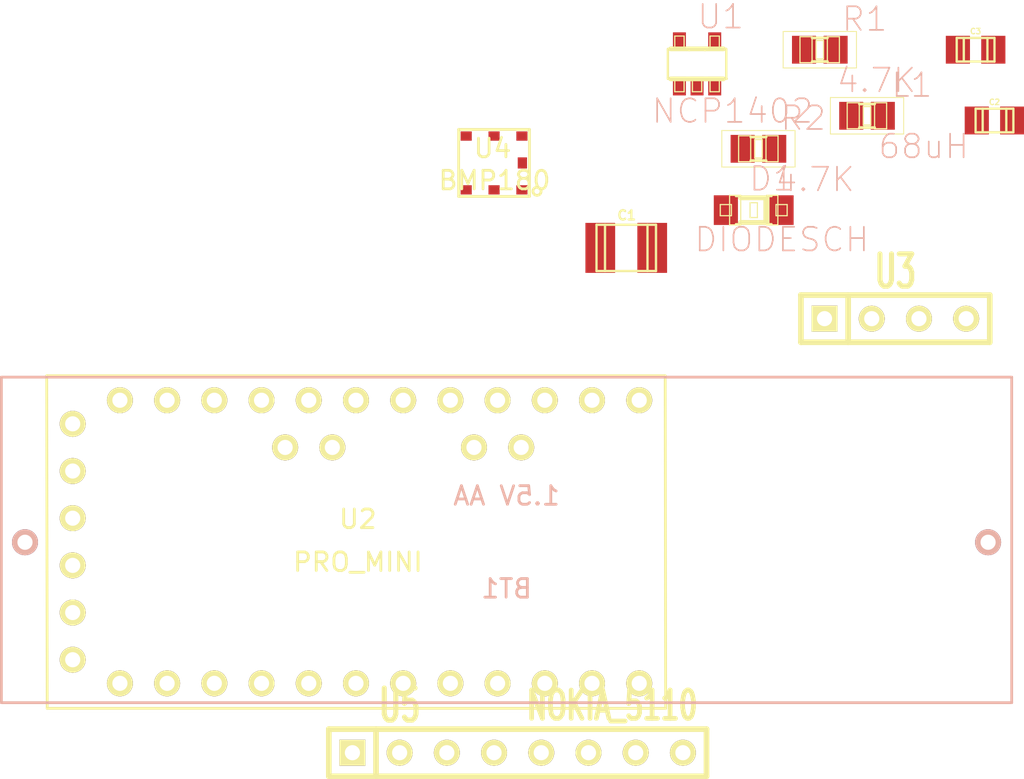
<source format=kicad_pcb>
(kicad_pcb (version 3) (host pcbnew "(2013-jul-07)-stable")

  (general
    (links 36)
    (no_connects 36)
    (area 0 0 0 0)
    (thickness 1.6)
    (drawings 0)
    (tracks 0)
    (zones 0)
    (modules 13)
    (nets 13)
  )

  (page A3)
  (layers
    (15 F.Cu mixed)
    (0 B.Cu mixed)
    (18 B.Paste user)
    (19 F.Paste user)
    (20 B.SilkS user)
    (21 F.SilkS user)
    (22 B.Mask user)
    (23 F.Mask user)
    (28 Edge.Cuts user)
  )

  (setup
    (last_trace_width 0.254)
    (trace_clearance 0.254)
    (zone_clearance 0.508)
    (zone_45_only no)
    (trace_min 0.254)
    (segment_width 0.2)
    (edge_width 0.15)
    (via_size 0.889)
    (via_drill 0.635)
    (via_min_size 0.889)
    (via_min_drill 0.508)
    (uvia_size 0.508)
    (uvia_drill 0.127)
    (uvias_allowed no)
    (uvia_min_size 0.508)
    (uvia_min_drill 0.127)
    (pcb_text_width 0.3)
    (pcb_text_size 1.5 1.5)
    (mod_edge_width 0.15)
    (mod_text_size 1.5 1.5)
    (mod_text_width 0.15)
    (pad_size 1.524 1.524)
    (pad_drill 0.762)
    (pad_to_mask_clearance 0.2)
    (aux_axis_origin 0 0)
    (visible_elements FFFFFFBF)
    (pcbplotparams
      (layerselection 3178497)
      (usegerberextensions true)
      (excludeedgelayer true)
      (linewidth 0.100000)
      (plotframeref false)
      (viasonmask false)
      (mode 1)
      (useauxorigin false)
      (hpglpennumber 1)
      (hpglpenspeed 20)
      (hpglpendiameter 15)
      (hpglpenoverlay 2)
      (psnegative false)
      (psa4output false)
      (plotreference true)
      (plotvalue true)
      (plotothertext true)
      (plotinvisibletext false)
      (padsonsilk false)
      (subtractmaskfromsilk false)
      (outputformat 1)
      (mirror false)
      (drillshape 1)
      (scaleselection 1)
      (outputdirectory ""))
  )

  (net 0 "")
  (net 1 GND)
  (net 2 N-0000010)
  (net 3 N-0000017)
  (net 4 N-0000019)
  (net 5 N-0000020)
  (net 6 N-0000021)
  (net 7 N-0000022)
  (net 8 N-0000038)
  (net 9 N-0000039)
  (net 10 N-000007)
  (net 11 N-000008)
  (net 12 N-000009)

  (net_class Default "This is the default net class."
    (clearance 0.254)
    (trace_width 0.254)
    (via_dia 0.889)
    (via_drill 0.635)
    (uvia_dia 0.508)
    (uvia_drill 0.127)
    (add_net "")
    (add_net GND)
    (add_net N-0000010)
    (add_net N-0000017)
    (add_net N-0000019)
    (add_net N-0000020)
    (add_net N-0000021)
    (add_net N-0000022)
    (add_net N-0000038)
    (add_net N-0000039)
    (add_net N-000007)
    (add_net N-000008)
    (add_net N-000009)
  )

  (module SIL-8 (layer F.Cu) (tedit 200000) (tstamp 53EAA7AE)
    (at 212.598 163.83)
    (descr "Connecteur 8 pins")
    (tags "CONN DEV")
    (path /53937349)
    (fp_text reference U5 (at -6.35 -2.54) (layer F.SilkS)
      (effects (font (size 1.72974 1.08712) (thickness 0.3048)))
    )
    (fp_text value NOKIA_5110 (at 5.08 -2.54) (layer F.SilkS)
      (effects (font (size 1.524 1.016) (thickness 0.3048)))
    )
    (fp_line (start -10.16 -1.27) (end 10.16 -1.27) (layer F.SilkS) (width 0.3048))
    (fp_line (start 10.16 -1.27) (end 10.16 1.27) (layer F.SilkS) (width 0.3048))
    (fp_line (start 10.16 1.27) (end -10.16 1.27) (layer F.SilkS) (width 0.3048))
    (fp_line (start -10.16 1.27) (end -10.16 -1.27) (layer F.SilkS) (width 0.3048))
    (fp_line (start -7.62 1.27) (end -7.62 -1.27) (layer F.SilkS) (width 0.3048))
    (pad 1 thru_hole rect (at -8.89 0) (size 1.397 1.397) (drill 0.8128)
      (layers *.Cu *.Mask F.SilkS)
      (net 4 N-0000019)
    )
    (pad 2 thru_hole circle (at -6.35 0) (size 1.397 1.397) (drill 0.8128)
      (layers *.Cu *.Mask F.SilkS)
      (net 8 N-0000038)
    )
    (pad 3 thru_hole circle (at -3.81 0) (size 1.397 1.397) (drill 0.8128)
      (layers *.Cu *.Mask F.SilkS)
      (net 5 N-0000020)
    )
    (pad 4 thru_hole circle (at -1.27 0) (size 1.397 1.397) (drill 0.8128)
      (layers *.Cu *.Mask F.SilkS)
      (net 6 N-0000021)
    )
    (pad 5 thru_hole circle (at 1.27 0) (size 1.397 1.397) (drill 0.8128)
      (layers *.Cu *.Mask F.SilkS)
      (net 7 N-0000022)
    )
    (pad 6 thru_hole circle (at 3.81 0) (size 1.397 1.397) (drill 0.8128)
      (layers *.Cu *.Mask F.SilkS)
      (net 2 N-0000010)
    )
    (pad 7 thru_hole circle (at 6.35 0) (size 1.397 1.397) (drill 0.8128)
      (layers *.Cu *.Mask F.SilkS)
    )
    (pad 8 thru_hole circle (at 8.89 0) (size 1.397 1.397) (drill 0.8128)
      (layers *.Cu *.Mask F.SilkS)
      (net 1 GND)
    )
  )

  (module SIL-4 (layer F.Cu) (tedit 200000) (tstamp 53EAA7BD)
    (at 232.918 140.462)
    (descr "Connecteur 4 pibs")
    (tags "CONN DEV")
    (path /5393725F)
    (fp_text reference U3 (at 0 -2.54) (layer F.SilkS)
      (effects (font (size 1.73482 1.08712) (thickness 0.3048)))
    )
    (fp_text value DHT22 (at 0 -2.54) (layer F.SilkS) hide
      (effects (font (size 1.524 1.016) (thickness 0.3048)))
    )
    (fp_line (start -5.08 -1.27) (end -5.08 -1.27) (layer F.SilkS) (width 0.3048))
    (fp_line (start -5.08 1.27) (end -5.08 -1.27) (layer F.SilkS) (width 0.3048))
    (fp_line (start -5.08 -1.27) (end -5.08 -1.27) (layer F.SilkS) (width 0.3048))
    (fp_line (start -5.08 -1.27) (end 5.08 -1.27) (layer F.SilkS) (width 0.3048))
    (fp_line (start 5.08 -1.27) (end 5.08 1.27) (layer F.SilkS) (width 0.3048))
    (fp_line (start 5.08 1.27) (end -5.08 1.27) (layer F.SilkS) (width 0.3048))
    (fp_line (start -2.54 1.27) (end -2.54 -1.27) (layer F.SilkS) (width 0.3048))
    (pad 1 thru_hole rect (at -3.81 0) (size 1.397 1.397) (drill 0.8128)
      (layers *.Cu *.Mask F.SilkS)
      (net 2 N-0000010)
    )
    (pad 2 thru_hole circle (at -1.27 0) (size 1.397 1.397) (drill 0.8128)
      (layers *.Cu *.Mask F.SilkS)
      (net 3 N-0000017)
    )
    (pad 3 thru_hole circle (at 1.27 0) (size 1.397 1.397) (drill 0.8128)
      (layers *.Cu *.Mask F.SilkS)
    )
    (pad 4 thru_hole circle (at 3.81 0) (size 1.397 1.397) (drill 0.8128)
      (layers *.Cu *.Mask F.SilkS)
      (net 1 GND)
    )
  )

  (module Pro_Mini (layer F.Cu) (tedit 539B17EA) (tstamp 53EAA7E7)
    (at 204 152.5)
    (path /5393601D)
    (fp_text reference U2 (at 0 -1.2446) (layer F.SilkS)
      (effects (font (size 1 1) (thickness 0.15)))
    )
    (fp_text value PRO_MINI (at 0 1.0668) (layer F.SilkS)
      (effects (font (size 1 1) (thickness 0.15)))
    )
    (fp_line (start -16.7386 -8.9662) (end -16.7132 8.9408) (layer F.SilkS) (width 0.15))
    (fp_line (start 16.5608 8.9408) (end 16.5354 -8.9662) (layer F.SilkS) (width 0.15))
    (fp_line (start -16.7132 8.9408) (end 16.5608 8.9408) (layer F.SilkS) (width 0.15))
    (fp_line (start -16.7386 -8.9662) (end 16.5354 -8.9662) (layer F.SilkS) (width 0.15))
    (pad 9 thru_hole circle (at 15.1384 7.5946) (size 1.397 1.397) (drill 0.8128)
      (layers *.Cu *.Mask F.SilkS)
    )
    (pad 8 thru_hole circle (at 12.5984 7.5946) (size 1.397 1.397) (drill 0.8128)
      (layers *.Cu *.Mask F.SilkS)
    )
    (pad 7 thru_hole circle (at 10.0584 7.5946) (size 1.397 1.397) (drill 0.8128)
      (layers *.Cu *.Mask F.SilkS)
      (net 7 N-0000022)
    )
    (pad 6 thru_hole circle (at 7.5184 7.5946) (size 1.397 1.397) (drill 0.8128)
      (layers *.Cu *.Mask F.SilkS)
      (net 6 N-0000021)
    )
    (pad 5 thru_hole circle (at 4.9784 7.5946) (size 1.397 1.397) (drill 0.8128)
      (layers *.Cu *.Mask F.SilkS)
      (net 5 N-0000020)
    )
    (pad 4 thru_hole circle (at 2.4384 7.5946) (size 1.397 1.397) (drill 0.8128)
      (layers *.Cu *.Mask F.SilkS)
      (net 8 N-0000038)
    )
    (pad 3 thru_hole circle (at -0.1016 7.5946) (size 1.397 1.397) (drill 0.8128)
      (layers *.Cu *.Mask F.SilkS)
      (net 4 N-0000019)
    )
    (pad 2 thru_hole circle (at -2.6416 7.5946) (size 1.397 1.397) (drill 0.8128)
      (layers *.Cu *.Mask F.SilkS)
      (net 3 N-0000017)
    )
    (pad GND thru_hole circle (at -5.1816 7.5946) (size 1.397 1.397) (drill 0.8128)
      (layers *.Cu *.Mask F.SilkS)
      (net 1 GND)
    )
    (pad RST thru_hole circle (at -7.7216 7.5946) (size 1.397 1.397) (drill 0.8128)
      (layers *.Cu *.Mask F.SilkS)
    )
    (pad RX1 thru_hole circle (at -10.2616 7.5946) (size 1.397 1.397) (drill 0.8128)
      (layers *.Cu *.Mask F.SilkS)
    )
    (pad TX0 thru_hole circle (at -12.8016 7.5946) (size 1.397 1.397) (drill 0.8128)
      (layers *.Cu *.Mask F.SilkS)
    )
    (pad 10 thru_hole circle (at 15.1384 -7.6454) (size 1.397 1.397) (drill 0.8128)
      (layers *.Cu *.Mask F.SilkS)
    )
    (pad 11 thru_hole circle (at 12.5984 -7.6454) (size 1.397 1.397) (drill 0.8128)
      (layers *.Cu *.Mask F.SilkS)
    )
    (pad 12 thru_hole circle (at 10.0584 -7.6454) (size 1.397 1.397) (drill 0.8128)
      (layers *.Cu *.Mask F.SilkS)
    )
    (pad 13 thru_hole circle (at 7.5184 -7.6454) (size 1.397 1.397) (drill 0.8128)
      (layers *.Cu *.Mask F.SilkS)
    )
    (pad A0 thru_hole circle (at 4.9784 -7.6454) (size 1.397 1.397) (drill 0.8128)
      (layers *.Cu *.Mask F.SilkS)
    )
    (pad A1 thru_hole circle (at 2.4384 -7.6454) (size 1.397 1.397) (drill 0.8128)
      (layers *.Cu *.Mask F.SilkS)
    )
    (pad A2 thru_hole circle (at -0.1016 -7.6454) (size 1.397 1.397) (drill 0.8128)
      (layers *.Cu *.Mask F.SilkS)
    )
    (pad A3 thru_hole circle (at -2.6416 -7.6454) (size 1.397 1.397) (drill 0.8128)
      (layers *.Cu *.Mask F.SilkS)
    )
    (pad VCC thru_hole circle (at -5.1816 -7.6454) (size 1.397 1.397) (drill 0.8128)
      (layers *.Cu *.Mask F.SilkS)
      (net 2 N-0000010)
    )
    (pad RST thru_hole circle (at -7.7216 -7.6454) (size 1.397 1.397) (drill 0.8128)
      (layers *.Cu *.Mask F.SilkS)
    )
    (pad GND thru_hole circle (at -10.2616 -7.6454) (size 1.397 1.397) (drill 0.8128)
      (layers *.Cu *.Mask F.SilkS)
      (net 1 GND)
    )
    (pad RAW thru_hole circle (at -12.8016 -7.6454) (size 1.397 1.397) (drill 0.8128)
      (layers *.Cu *.Mask F.SilkS)
    )
    (pad GRN thru_hole circle (at -15.3416 -6.3754) (size 1.397 1.397) (drill 0.8128)
      (layers *.Cu *.Mask F.SilkS)
    )
    (pad TX0 thru_hole circle (at -15.3416 -3.8354) (size 1.397 1.397) (drill 0.8128)
      (layers *.Cu *.Mask F.SilkS)
    )
    (pad RX1 thru_hole circle (at -15.3416 -1.2954) (size 1.397 1.397) (drill 0.8128)
      (layers *.Cu *.Mask F.SilkS)
    )
    (pad VCC thru_hole circle (at -15.3416 1.2446) (size 1.397 1.397) (drill 0.8128)
      (layers *.Cu *.Mask F.SilkS)
      (net 2 N-0000010)
    )
    (pad GND thru_hole circle (at -15.3416 3.7846) (size 1.397 1.397) (drill 0.8128)
      (layers *.Cu *.Mask F.SilkS)
      (net 1 GND)
    )
    (pad BLK thru_hole circle (at -15.3416 6.3246) (size 1.397 1.397) (drill 0.8128)
      (layers *.Cu *.Mask F.SilkS)
    )
    (pad A5 thru_hole circle (at -3.9116 -5.1054) (size 1.397 1.397) (drill 0.8128)
      (layers *.Cu *.Mask F.SilkS)
      (net 12 N-000009)
    )
    (pad A4 thru_hole circle (at -1.3716 -5.1054) (size 1.397 1.397) (drill 0.8128)
      (layers *.Cu *.Mask F.SilkS)
      (net 11 N-000008)
    )
    (pad A7 thru_hole circle (at 6.2484 -5.1054) (size 1.397 1.397) (drill 0.8128)
      (layers *.Cu *.Mask F.SilkS)
    )
    (pad A6 thru_hole circle (at 8.7884 -5.1054) (size 1.397 1.397) (drill 0.8128)
      (layers *.Cu *.Mask F.SilkS)
    )
  )

  (module m-pad-2.1-SOT23-5 (layer F.Cu) (tedit 200000) (tstamp 53EAA80E)
    (at 222.25 126.746)
    (descr "MC74VHC1GT125 HTTP://ONSEMI.COM")
    (tags "MC74VHC1GT125 HTTP://ONSEMI.COM")
    (path /5393718A)
    (attr smd)
    (fp_text reference U1 (at 1.27 -2.54) (layer B.SilkS)
      (effects (font (size 1.27 1.27) (thickness 0.0889)))
    )
    (fp_text value NCP1402 (at 1.905 2.54) (layer B.SilkS)
      (effects (font (size 1.27 1.27) (thickness 0.0889)))
    )
    (fp_line (start -1.19888 1.4986) (end -0.6985 1.4986) (layer F.SilkS) (width 0.06604))
    (fp_line (start -0.6985 1.4986) (end -0.6985 0.84836) (layer F.SilkS) (width 0.06604))
    (fp_line (start -1.19888 0.84836) (end -0.6985 0.84836) (layer F.SilkS) (width 0.06604))
    (fp_line (start -1.19888 1.4986) (end -1.19888 0.84836) (layer F.SilkS) (width 0.06604))
    (fp_line (start -0.24892 1.4986) (end 0.24892 1.4986) (layer F.SilkS) (width 0.06604))
    (fp_line (start 0.24892 1.4986) (end 0.24892 0.84836) (layer F.SilkS) (width 0.06604))
    (fp_line (start -0.24892 0.84836) (end 0.24892 0.84836) (layer F.SilkS) (width 0.06604))
    (fp_line (start -0.24892 1.4986) (end -0.24892 0.84836) (layer F.SilkS) (width 0.06604))
    (fp_line (start 0.6985 1.4986) (end 1.19888 1.4986) (layer F.SilkS) (width 0.06604))
    (fp_line (start 1.19888 1.4986) (end 1.19888 0.84836) (layer F.SilkS) (width 0.06604))
    (fp_line (start 0.6985 0.84836) (end 1.19888 0.84836) (layer F.SilkS) (width 0.06604))
    (fp_line (start 0.6985 1.4986) (end 0.6985 0.84836) (layer F.SilkS) (width 0.06604))
    (fp_line (start 0.6985 -0.84836) (end 1.19888 -0.84836) (layer F.SilkS) (width 0.06604))
    (fp_line (start 1.19888 -0.84836) (end 1.19888 -1.4986) (layer F.SilkS) (width 0.06604))
    (fp_line (start 0.6985 -1.4986) (end 1.19888 -1.4986) (layer F.SilkS) (width 0.06604))
    (fp_line (start 0.6985 -0.84836) (end 0.6985 -1.4986) (layer F.SilkS) (width 0.06604))
    (fp_line (start -1.19888 -0.84836) (end -0.6985 -0.84836) (layer F.SilkS) (width 0.06604))
    (fp_line (start -0.6985 -0.84836) (end -0.6985 -1.4986) (layer F.SilkS) (width 0.06604))
    (fp_line (start -1.19888 -1.4986) (end -0.6985 -1.4986) (layer F.SilkS) (width 0.06604))
    (fp_line (start -1.19888 -0.84836) (end -1.19888 -1.4986) (layer F.SilkS) (width 0.06604))
    (fp_line (start 1.56972 -0.80772) (end 1.56972 0.80772) (layer F.SilkS) (width 0.127))
    (fp_line (start 1.41986 0.80772) (end -1.41986 0.80772) (layer F.SilkS) (width 0.254))
    (fp_line (start -1.56972 0.80772) (end -1.56972 -0.80772) (layer F.SilkS) (width 0.127))
    (fp_line (start -1.41986 -0.80772) (end -0.42164 -0.80772) (layer F.SilkS) (width 0.254))
    (fp_line (start -0.42164 -0.80772) (end 0.42164 -0.80772) (layer F.SilkS) (width 0.254))
    (fp_line (start 0.42164 -0.80772) (end 1.41986 -0.80772) (layer F.SilkS) (width 0.254))
    (fp_line (start -1.5494 -0.79756) (end -1.39954 -0.79756) (layer F.SilkS) (width 0.127))
    (fp_line (start -1.5494 0.79756) (end -1.39954 0.79756) (layer F.SilkS) (width 0.127))
    (fp_line (start 1.59766 0.79756) (end 1.39954 0.79756) (layer F.SilkS) (width 0.127))
    (fp_line (start 1.5494 -0.79756) (end 1.39954 -0.79756) (layer F.SilkS) (width 0.127))
    (pad 1 smd rect (at -0.94996 1.19888) (size 0.6985 0.99822)
      (layers F.Cu F.Paste F.Mask)
      (net 2 N-0000010)
    )
    (pad 2 smd rect (at 0 1.19888) (size 0.6985 0.99822)
      (layers F.Cu F.Paste F.Mask)
      (net 2 N-0000010)
    )
    (pad 3 smd rect (at 0.94996 1.19888) (size 0.6985 0.99822)
      (layers F.Cu F.Paste F.Mask)
    )
    (pad 4 smd rect (at 0.94996 -1.19888) (size 0.6985 0.99822)
      (layers F.Cu F.Paste F.Mask)
      (net 1 GND)
    )
    (pad 5 smd rect (at -0.94996 -1.19888) (size 0.6985 0.99822)
      (layers F.Cu F.Paste F.Mask)
      (net 10 N-000007)
    )
  )

  (module m-pad-2.1-SOD-123 (layer F.Cu) (tedit 200000) (tstamp 53EAA831)
    (at 225.298 134.62)
    (descr "SOD-123 PACKAGE")
    (tags "SOD-123 PACKAGE")
    (path /5393758C)
    (attr smd)
    (fp_text reference D1 (at 0.9779 -1.68402) (layer B.SilkS)
      (effects (font (size 1.27 1.27) (thickness 0.0889)))
    )
    (fp_text value DIODESCH (at 1.5113 1.58496) (layer B.SilkS)
      (effects (font (size 1.27 1.27) (thickness 0.0889)))
    )
    (fp_line (start -0.19812 0.39878) (end 0.19812 0.39878) (layer F.SilkS) (width 0.06604))
    (fp_line (start 0.19812 0.39878) (end 0.19812 -0.39878) (layer F.SilkS) (width 0.06604))
    (fp_line (start -0.19812 -0.39878) (end 0.19812 -0.39878) (layer F.SilkS) (width 0.06604))
    (fp_line (start -0.19812 0.39878) (end -0.19812 -0.39878) (layer F.SilkS) (width 0.06604))
    (fp_line (start 1.19888 0.29972) (end 1.79832 0.29972) (layer F.SilkS) (width 0.06604))
    (fp_line (start 1.79832 0.29972) (end 1.79832 -0.29972) (layer F.SilkS) (width 0.06604))
    (fp_line (start 1.19888 -0.29972) (end 1.79832 -0.29972) (layer F.SilkS) (width 0.06604))
    (fp_line (start 1.19888 0.29972) (end 1.19888 -0.29972) (layer F.SilkS) (width 0.06604))
    (fp_line (start -1.79832 0.29972) (end -1.19888 0.29972) (layer F.SilkS) (width 0.06604))
    (fp_line (start -1.19888 0.29972) (end -1.19888 -0.29972) (layer F.SilkS) (width 0.06604))
    (fp_line (start -1.79832 -0.29972) (end -1.19888 -0.29972) (layer F.SilkS) (width 0.06604))
    (fp_line (start -1.79832 0.29972) (end -1.79832 -0.29972) (layer F.SilkS) (width 0.06604))
    (fp_line (start -1.29794 0.79756) (end -0.6985 0.79756) (layer F.SilkS) (width 0.06604))
    (fp_line (start -0.6985 0.79756) (end -0.6985 -0.79756) (layer F.SilkS) (width 0.06604))
    (fp_line (start -1.29794 -0.79756) (end -0.6985 -0.79756) (layer F.SilkS) (width 0.06604))
    (fp_line (start -1.29794 0.79756) (end -1.29794 -0.79756) (layer F.SilkS) (width 0.06604))
    (fp_line (start 0.6985 0.79756) (end 1.29794 0.79756) (layer F.SilkS) (width 0.06604))
    (fp_line (start 1.29794 0.79756) (end 1.29794 -0.79756) (layer F.SilkS) (width 0.06604))
    (fp_line (start 0.6985 -0.79756) (end 1.29794 -0.79756) (layer F.SilkS) (width 0.06604))
    (fp_line (start 0.6985 0.79756) (end 0.6985 -0.79756) (layer F.SilkS) (width 0.06604))
    (fp_line (start 0.55372 0.6985) (end 0.75184 0.6985) (layer F.SilkS) (width 0.06604))
    (fp_line (start 0.75184 0.6985) (end 0.75184 -0.6985) (layer F.SilkS) (width 0.06604))
    (fp_line (start 0.55372 -0.6985) (end 0.75184 -0.6985) (layer F.SilkS) (width 0.06604))
    (fp_line (start 0.55372 0.6985) (end 0.55372 -0.6985) (layer F.SilkS) (width 0.06604))
    (fp_line (start -0.9652 -0.74422) (end 0.9652 -0.74422) (layer F.SilkS) (width 0.1016))
    (fp_line (start -0.9652 0.74422) (end 0.9652 0.74422) (layer F.SilkS) (width 0.1016))
    (fp_line (start -0.7112 -0.6604) (end 0.7112 -0.6604) (layer F.SilkS) (width 0.254))
    (fp_line (start -0.7112 0.6604) (end 0.7112 0.6604) (layer F.SilkS) (width 0.254))
    (fp_line (start 0.7112 -0.6604) (end 0.7112 0.6604) (layer F.SilkS) (width 0.254))
    (pad 1 smd rect (at -1.4986 0) (size 1.29794 1.59766)
      (layers F.Cu F.Paste F.Mask)
      (net 10 N-000007)
    )
    (pad 2 smd rect (at 1.4986 0) (size 1.29794 1.59766)
      (layers F.Cu F.Paste F.Mask)
      (net 2 N-0000010)
    )
  )

  (module m-pad-2.1-R0805 (layer F.Cu) (tedit 200000) (tstamp 53EAA849)
    (at 231.394 129.54)
    (descr RESISTOR)
    (tags RESISTOR)
    (path /539374E4)
    (attr smd)
    (fp_text reference L1 (at 2.413 -1.651) (layer B.SilkS)
      (effects (font (size 1.27 1.27) (thickness 0.0889)))
    )
    (fp_text value 68uH (at 3.048 1.651) (layer B.SilkS)
      (effects (font (size 1.27 1.27) (thickness 0.0889)))
    )
    (fp_line (start 0.4064 0.6985) (end 1.0541 0.6985) (layer F.SilkS) (width 0.06604))
    (fp_line (start 1.0541 0.6985) (end 1.0541 -0.70104) (layer F.SilkS) (width 0.06604))
    (fp_line (start 0.4064 -0.70104) (end 1.0541 -0.70104) (layer F.SilkS) (width 0.06604))
    (fp_line (start 0.4064 0.6985) (end 0.4064 -0.70104) (layer F.SilkS) (width 0.06604))
    (fp_line (start -1.0668 0.6985) (end -0.41656 0.6985) (layer F.SilkS) (width 0.06604))
    (fp_line (start -0.41656 0.6985) (end -0.41656 -0.70104) (layer F.SilkS) (width 0.06604))
    (fp_line (start -1.0668 -0.70104) (end -0.41656 -0.70104) (layer F.SilkS) (width 0.06604))
    (fp_line (start -1.0668 0.6985) (end -1.0668 -0.70104) (layer F.SilkS) (width 0.06604))
    (fp_line (start -0.19812 0.49784) (end 0.19812 0.49784) (layer F.SilkS) (width 0.06604))
    (fp_line (start 0.19812 0.49784) (end 0.19812 -0.49784) (layer F.SilkS) (width 0.06604))
    (fp_line (start -0.19812 -0.49784) (end 0.19812 -0.49784) (layer F.SilkS) (width 0.06604))
    (fp_line (start -0.19812 0.49784) (end -0.19812 -0.49784) (layer F.SilkS) (width 0.06604))
    (fp_line (start -0.40894 -0.635) (end 0.40894 -0.635) (layer F.SilkS) (width 0.1524))
    (fp_line (start -0.40894 0.635) (end 0.40894 0.635) (layer F.SilkS) (width 0.1524))
    (fp_line (start -1.97104 -0.98298) (end 1.97104 -0.98298) (layer F.SilkS) (width 0.0508))
    (fp_line (start 1.97104 -0.98298) (end 1.97104 0.98298) (layer F.SilkS) (width 0.0508))
    (fp_line (start 1.97104 0.98298) (end -1.97104 0.98298) (layer F.SilkS) (width 0.0508))
    (fp_line (start -1.97104 0.98298) (end -1.97104 -0.98298) (layer F.SilkS) (width 0.0508))
    (pad 1 smd rect (at -0.84836 0) (size 1.29794 1.4986)
      (layers F.Cu F.Paste F.Mask)
      (net 9 N-0000039)
    )
    (pad 2 smd rect (at 0.84836 0) (size 1.29794 1.4986)
      (layers F.Cu F.Paste F.Mask)
      (net 10 N-000007)
    )
  )

  (module m-pad-2.1-R0805 (layer F.Cu) (tedit 200000) (tstamp 53EAA861)
    (at 228.854 125.984)
    (descr RESISTOR)
    (tags RESISTOR)
    (path /53937B2A)
    (attr smd)
    (fp_text reference R1 (at 2.413 -1.651) (layer B.SilkS)
      (effects (font (size 1.27 1.27) (thickness 0.0889)))
    )
    (fp_text value 4.7K (at 3.048 1.651) (layer B.SilkS)
      (effects (font (size 1.27 1.27) (thickness 0.0889)))
    )
    (fp_line (start 0.4064 0.6985) (end 1.0541 0.6985) (layer F.SilkS) (width 0.06604))
    (fp_line (start 1.0541 0.6985) (end 1.0541 -0.70104) (layer F.SilkS) (width 0.06604))
    (fp_line (start 0.4064 -0.70104) (end 1.0541 -0.70104) (layer F.SilkS) (width 0.06604))
    (fp_line (start 0.4064 0.6985) (end 0.4064 -0.70104) (layer F.SilkS) (width 0.06604))
    (fp_line (start -1.0668 0.6985) (end -0.41656 0.6985) (layer F.SilkS) (width 0.06604))
    (fp_line (start -0.41656 0.6985) (end -0.41656 -0.70104) (layer F.SilkS) (width 0.06604))
    (fp_line (start -1.0668 -0.70104) (end -0.41656 -0.70104) (layer F.SilkS) (width 0.06604))
    (fp_line (start -1.0668 0.6985) (end -1.0668 -0.70104) (layer F.SilkS) (width 0.06604))
    (fp_line (start -0.19812 0.49784) (end 0.19812 0.49784) (layer F.SilkS) (width 0.06604))
    (fp_line (start 0.19812 0.49784) (end 0.19812 -0.49784) (layer F.SilkS) (width 0.06604))
    (fp_line (start -0.19812 -0.49784) (end 0.19812 -0.49784) (layer F.SilkS) (width 0.06604))
    (fp_line (start -0.19812 0.49784) (end -0.19812 -0.49784) (layer F.SilkS) (width 0.06604))
    (fp_line (start -0.40894 -0.635) (end 0.40894 -0.635) (layer F.SilkS) (width 0.1524))
    (fp_line (start -0.40894 0.635) (end 0.40894 0.635) (layer F.SilkS) (width 0.1524))
    (fp_line (start -1.97104 -0.98298) (end 1.97104 -0.98298) (layer F.SilkS) (width 0.0508))
    (fp_line (start 1.97104 -0.98298) (end 1.97104 0.98298) (layer F.SilkS) (width 0.0508))
    (fp_line (start 1.97104 0.98298) (end -1.97104 0.98298) (layer F.SilkS) (width 0.0508))
    (fp_line (start -1.97104 0.98298) (end -1.97104 -0.98298) (layer F.SilkS) (width 0.0508))
    (pad 1 smd rect (at -0.84836 0) (size 1.29794 1.4986)
      (layers F.Cu F.Paste F.Mask)
      (net 2 N-0000010)
    )
    (pad 2 smd rect (at 0.84836 0) (size 1.29794 1.4986)
      (layers F.Cu F.Paste F.Mask)
      (net 12 N-000009)
    )
  )

  (module m-pad-2.1-R0805 (layer F.Cu) (tedit 200000) (tstamp 53EAA879)
    (at 225.552 131.318)
    (descr RESISTOR)
    (tags RESISTOR)
    (path /53937B39)
    (attr smd)
    (fp_text reference R2 (at 2.413 -1.651) (layer B.SilkS)
      (effects (font (size 1.27 1.27) (thickness 0.0889)))
    )
    (fp_text value 4.7K (at 3.048 1.651) (layer B.SilkS)
      (effects (font (size 1.27 1.27) (thickness 0.0889)))
    )
    (fp_line (start 0.4064 0.6985) (end 1.0541 0.6985) (layer F.SilkS) (width 0.06604))
    (fp_line (start 1.0541 0.6985) (end 1.0541 -0.70104) (layer F.SilkS) (width 0.06604))
    (fp_line (start 0.4064 -0.70104) (end 1.0541 -0.70104) (layer F.SilkS) (width 0.06604))
    (fp_line (start 0.4064 0.6985) (end 0.4064 -0.70104) (layer F.SilkS) (width 0.06604))
    (fp_line (start -1.0668 0.6985) (end -0.41656 0.6985) (layer F.SilkS) (width 0.06604))
    (fp_line (start -0.41656 0.6985) (end -0.41656 -0.70104) (layer F.SilkS) (width 0.06604))
    (fp_line (start -1.0668 -0.70104) (end -0.41656 -0.70104) (layer F.SilkS) (width 0.06604))
    (fp_line (start -1.0668 0.6985) (end -1.0668 -0.70104) (layer F.SilkS) (width 0.06604))
    (fp_line (start -0.19812 0.49784) (end 0.19812 0.49784) (layer F.SilkS) (width 0.06604))
    (fp_line (start 0.19812 0.49784) (end 0.19812 -0.49784) (layer F.SilkS) (width 0.06604))
    (fp_line (start -0.19812 -0.49784) (end 0.19812 -0.49784) (layer F.SilkS) (width 0.06604))
    (fp_line (start -0.19812 0.49784) (end -0.19812 -0.49784) (layer F.SilkS) (width 0.06604))
    (fp_line (start -0.40894 -0.635) (end 0.40894 -0.635) (layer F.SilkS) (width 0.1524))
    (fp_line (start -0.40894 0.635) (end 0.40894 0.635) (layer F.SilkS) (width 0.1524))
    (fp_line (start -1.97104 -0.98298) (end 1.97104 -0.98298) (layer F.SilkS) (width 0.0508))
    (fp_line (start 1.97104 -0.98298) (end 1.97104 0.98298) (layer F.SilkS) (width 0.0508))
    (fp_line (start 1.97104 0.98298) (end -1.97104 0.98298) (layer F.SilkS) (width 0.0508))
    (fp_line (start -1.97104 0.98298) (end -1.97104 -0.98298) (layer F.SilkS) (width 0.0508))
    (pad 1 smd rect (at -0.84836 0) (size 1.29794 1.4986)
      (layers F.Cu F.Paste F.Mask)
      (net 2 N-0000010)
    )
    (pad 2 smd rect (at 0.84836 0) (size 1.29794 1.4986)
      (layers F.Cu F.Paste F.Mask)
      (net 11 N-000008)
    )
  )

  (module c_1210 (layer F.Cu) (tedit 49047413) (tstamp 53EAA885)
    (at 218.44 136.652)
    (descr "SMT capacitor, 1210")
    (path /5393760F)
    (fp_text reference C1 (at 0.0254 -1.7526) (layer F.SilkS)
      (effects (font (size 0.50038 0.50038) (thickness 0.11938)))
    )
    (fp_text value 47uF (at -0.0254 1.7272) (layer F.SilkS) hide
      (effects (font (size 0.50038 0.50038) (thickness 0.11938)))
    )
    (fp_line (start -1.6002 -1.2446) (end -1.6002 1.2446) (layer F.SilkS) (width 0.127))
    (fp_line (start 1.6002 1.2446) (end 1.6002 -1.2446) (layer F.SilkS) (width 0.127))
    (fp_line (start 1.143 -1.2446) (end 1.143 1.2446) (layer F.SilkS) (width 0.127))
    (fp_line (start -1.143 1.2446) (end -1.143 -1.2446) (layer F.SilkS) (width 0.127))
    (fp_line (start -1.6002 1.2446) (end 1.6002 1.2446) (layer F.SilkS) (width 0.127))
    (fp_line (start 1.6002 -1.2446) (end -1.6002 -1.2446) (layer F.SilkS) (width 0.127))
    (pad 1 smd rect (at 1.397 0) (size 1.6002 2.6924)
      (layers F.Cu F.Paste F.Mask)
      (net 2 N-0000010)
    )
    (pad 2 smd rect (at -1.397 0) (size 1.6002 2.6924)
      (layers F.Cu F.Paste F.Mask)
      (net 1 GND)
    )
    (model smd/capacitors/c_1210.wrl
      (at (xyz 0 0 0))
      (scale (xyz 1 1 1))
      (rotate (xyz 0 0 0))
    )
  )

  (module c_0805 (layer F.Cu) (tedit 49047394) (tstamp 53EAA891)
    (at 238.252 129.794)
    (descr "SMT capacitor, 0805")
    (path /539374D5)
    (fp_text reference C2 (at 0 -0.9906) (layer F.SilkS)
      (effects (font (size 0.29972 0.29972) (thickness 0.06096)))
    )
    (fp_text value 10uF (at 0 0.9906) (layer F.SilkS) hide
      (effects (font (size 0.29972 0.29972) (thickness 0.06096)))
    )
    (fp_line (start 0.635 -0.635) (end 0.635 0.635) (layer F.SilkS) (width 0.127))
    (fp_line (start -0.635 -0.635) (end -0.635 0.6096) (layer F.SilkS) (width 0.127))
    (fp_line (start -1.016 -0.635) (end 1.016 -0.635) (layer F.SilkS) (width 0.127))
    (fp_line (start 1.016 -0.635) (end 1.016 0.635) (layer F.SilkS) (width 0.127))
    (fp_line (start 1.016 0.635) (end -1.016 0.635) (layer F.SilkS) (width 0.127))
    (fp_line (start -1.016 0.635) (end -1.016 -0.635) (layer F.SilkS) (width 0.127))
    (pad 1 smd rect (at 0.9525 0) (size 1.30048 1.4986)
      (layers F.Cu F.Paste F.Mask)
      (net 9 N-0000039)
    )
    (pad 2 smd rect (at -0.9525 0) (size 1.30048 1.4986)
      (layers F.Cu F.Paste F.Mask)
      (net 1 GND)
    )
    (model smd/capacitors/c_0805.wrl
      (at (xyz 0 0 0))
      (scale (xyz 1 1 1))
      (rotate (xyz 0 0 0))
    )
  )

  (module c_0805 (layer F.Cu) (tedit 49047394) (tstamp 53EAA89D)
    (at 237.236 125.984)
    (descr "SMT capacitor, 0805")
    (path /539378C0)
    (fp_text reference C3 (at 0 -0.9906) (layer F.SilkS)
      (effects (font (size 0.29972 0.29972) (thickness 0.06096)))
    )
    (fp_text value 100nF (at 0 0.9906) (layer F.SilkS) hide
      (effects (font (size 0.29972 0.29972) (thickness 0.06096)))
    )
    (fp_line (start 0.635 -0.635) (end 0.635 0.635) (layer F.SilkS) (width 0.127))
    (fp_line (start -0.635 -0.635) (end -0.635 0.6096) (layer F.SilkS) (width 0.127))
    (fp_line (start -1.016 -0.635) (end 1.016 -0.635) (layer F.SilkS) (width 0.127))
    (fp_line (start 1.016 -0.635) (end 1.016 0.635) (layer F.SilkS) (width 0.127))
    (fp_line (start 1.016 0.635) (end -1.016 0.635) (layer F.SilkS) (width 0.127))
    (fp_line (start -1.016 0.635) (end -1.016 -0.635) (layer F.SilkS) (width 0.127))
    (pad 1 smd rect (at 0.9525 0) (size 1.30048 1.4986)
      (layers F.Cu F.Paste F.Mask)
      (net 1 GND)
    )
    (pad 2 smd rect (at -0.9525 0) (size 1.30048 1.4986)
      (layers F.Cu F.Paste F.Mask)
      (net 2 N-0000010)
    )
    (model smd/capacitors/c_0805.wrl
      (at (xyz 0 0 0))
      (scale (xyz 1 1 1))
      (rotate (xyz 0 0 0))
    )
  )

  (module BMP180 (layer F.Cu) (tedit 53D02BB4) (tstamp 53EAA8AD)
    (at 211.328 132.08)
    (path /5393712F)
    (fp_text reference U4 (at -0.0762 -0.7874) (layer F.SilkS)
      (effects (font (size 1 1) (thickness 0.15)))
    )
    (fp_text value BMP180 (at 0.0254 0.9398) (layer F.SilkS)
      (effects (font (size 1 1) (thickness 0.15)))
    )
    (fp_circle (center 2.3114 1.524) (end 2.1336 1.397) (layer F.SilkS) (width 0.15))
    (fp_line (start 1.905 -1.8034) (end -1.905 -1.8034) (layer F.SilkS) (width 0.15))
    (fp_line (start 1.905 1.8034) (end 1.905 -1.8034) (layer F.SilkS) (width 0.15))
    (fp_line (start -1.905 1.8034) (end 1.905 1.8034) (layer F.SilkS) (width 0.15))
    (fp_line (start -1.905 -1.8034) (end -1.905 1.8034) (layer F.SilkS) (width 0.15))
    (pad 1 smd rect (at 1.4986 -1.4478) (size 0.6 0.5)
      (layers F.Cu F.Paste F.Mask)
    )
    (pad 2 smd rect (at 0 -1.4478) (size 0.6 0.5)
      (layers F.Cu F.Paste F.Mask)
      (net 2 N-0000010)
    )
    (pad 3 smd rect (at -1.4986 -1.4478) (size 0.6 0.5)
      (layers F.Cu F.Paste F.Mask)
      (net 2 N-0000010)
    )
    (pad 7 smd rect (at 1.524 0) (size 0.5 0.6)
      (layers F.Cu F.Paste F.Mask)
      (net 1 GND)
    )
    (pad 6 smd rect (at 1.4986 1.4478) (size 0.6 0.5)
      (layers F.Cu F.Paste F.Mask)
      (net 11 N-000008)
    )
    (pad 5 smd rect (at 0 1.4478) (size 0.6 0.5)
      (layers F.Cu F.Paste F.Mask)
      (net 12 N-000009)
    )
    (pad 4 smd rect (at -1.4986 1.4478) (size 0.6 0.5)
      (layers F.Cu F.Paste F.Mask)
    )
  )

  (module 1.5V_AA (layer B.Cu) (tedit 539B1643) (tstamp 53EAA8B7)
    (at 212 152.5)
    (path /53937EC6)
    (fp_text reference BT1 (at 0 2.5) (layer B.SilkS)
      (effects (font (size 1 1) (thickness 0.15)) (justify mirror))
    )
    (fp_text value "1.5V AA" (at 0 -2.5) (layer B.SilkS)
      (effects (font (size 1 1) (thickness 0.15)) (justify mirror))
    )
    (fp_line (start 27.178 -8.89) (end -27.178 -8.89) (layer B.SilkS) (width 0.15))
    (fp_line (start -27.178 -8.89) (end -27.178 8.636) (layer B.SilkS) (width 0.15))
    (fp_line (start -27.178 8.636) (end 27.178 8.636) (layer B.SilkS) (width 0.15))
    (fp_line (start 27.178 8.636) (end 27.178 -8.89) (layer B.SilkS) (width 0.15))
    (pad 1 thru_hole circle (at 25.908 0) (size 1.397 1.397) (drill 0.8128)
      (layers *.Cu *.Mask B.SilkS)
      (net 9 N-0000039)
    )
    (pad 2 thru_hole circle (at -25.908 0) (size 1.397 1.397) (drill 0.8128)
      (layers *.Cu *.Mask B.SilkS)
      (net 1 GND)
    )
  )

)

</source>
